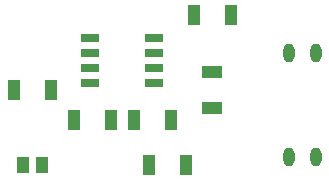
<source format=gbr>
%TF.GenerationSoftware,KiCad,Pcbnew,(6.0.8)*%
%TF.CreationDate,2023-06-05T07:52:39+02:00*%
%TF.ProjectId,SCS_dongle,5343535f-646f-46e6-976c-652e6b696361,rev?*%
%TF.SameCoordinates,Original*%
%TF.FileFunction,Paste,Top*%
%TF.FilePolarity,Positive*%
%FSLAX46Y46*%
G04 Gerber Fmt 4.6, Leading zero omitted, Abs format (unit mm)*
G04 Created by KiCad (PCBNEW (6.0.8)) date 2023-06-05 07:52:39*
%MOMM*%
%LPD*%
G01*
G04 APERTURE LIST*
%ADD10R,1.050000X1.800000*%
%ADD11R,1.800000X1.050000*%
%ADD12R,1.528000X0.650000*%
%ADD13R,1.070000X1.470000*%
%ADD14O,0.950000X1.600000*%
G04 APERTURE END LIST*
D10*
%TO.C,R6*%
X160300000Y-86360000D03*
X157200000Y-86360000D03*
%TD*%
D11*
%TO.C,R1*%
X163830000Y-85370000D03*
X163830000Y-82270000D03*
%TD*%
D12*
%TO.C,CP1*%
X153499000Y-79375000D03*
X153499000Y-80645000D03*
X153499000Y-81915000D03*
X153499000Y-83185000D03*
X158921000Y-83185000D03*
X158921000Y-81915000D03*
X158921000Y-80645000D03*
X158921000Y-79375000D03*
%TD*%
D13*
%TO.C,C1*%
X147770000Y-90170000D03*
X149410000Y-90170000D03*
%TD*%
D10*
%TO.C,R3*%
X150140000Y-83820000D03*
X147040000Y-83820000D03*
%TD*%
D14*
%TO.C,K1*%
X172593000Y-80690000D03*
X170307000Y-80690000D03*
X170307000Y-89490000D03*
X172593000Y-89490000D03*
%TD*%
D10*
%TO.C,R2*%
X158470000Y-90170000D03*
X161570000Y-90170000D03*
%TD*%
%TO.C,R4*%
X152120000Y-86360000D03*
X155220000Y-86360000D03*
%TD*%
%TO.C,R5*%
X162280000Y-77470000D03*
X165380000Y-77470000D03*
%TD*%
M02*

</source>
